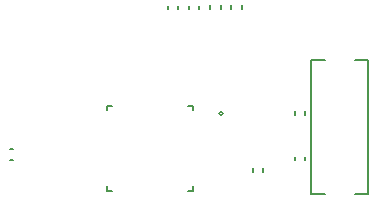
<source format=gbr>
G04*
G04 #@! TF.GenerationSoftware,Altium Limited,Altium Designer,22.4.2 (48)*
G04*
G04 Layer_Color=32896*
%FSLAX25Y25*%
%MOIN*%
G70*
G04*
G04 #@! TF.SameCoordinates,86050991-3F27-4FED-9AA6-CAC4C36B4C69*
G04*
G04*
G04 #@! TF.FilePolarity,Positive*
G04*
G01*
G75*
%ADD10C,0.00500*%
%ADD11C,0.00787*%
D10*
X253051Y424941D02*
X257563D01*
X253051Y380059D02*
Y424941D01*
Y380059D02*
X257563D01*
X267437D02*
X271949D01*
Y424941D01*
X267437D02*
X271949D01*
X211885Y409630D02*
X213421D01*
Y408095D02*
Y409630D01*
Y381283D02*
Y382819D01*
X211885Y381283D02*
X213421D01*
X185074D02*
X186609D01*
X185074D02*
Y382819D01*
Y408095D02*
Y409630D01*
X186609D01*
X152502Y395072D02*
X153683D01*
X152502Y391528D02*
X153683D01*
X250972Y406709D02*
Y407891D01*
X247428Y406709D02*
Y407891D01*
X247528Y391409D02*
Y392590D01*
X251072Y391409D02*
Y392590D01*
X205128Y441856D02*
Y443037D01*
X208672Y441856D02*
Y443037D01*
X233528Y387610D02*
Y388790D01*
X237072Y387610D02*
Y388790D01*
X226228Y441902D02*
Y443083D01*
X229772Y441902D02*
Y443083D01*
X222772Y441902D02*
Y443083D01*
X219228Y441902D02*
Y443083D01*
X212128Y441856D02*
Y443037D01*
X215672Y441856D02*
Y443037D01*
D11*
X223460Y407071D02*
G03*
X223460Y407071I-591J0D01*
G01*
M02*

</source>
